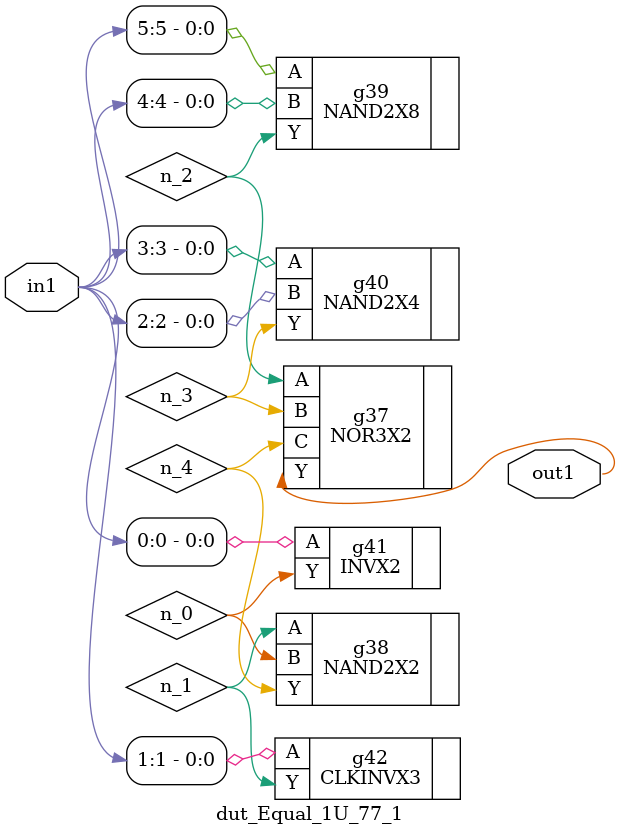
<source format=v>
`timescale 1ps / 1ps


module dut_Equal_1U_77_1(in1, out1);
  input [5:0] in1;
  output out1;
  wire [5:0] in1;
  wire out1;
  wire n_0, n_1, n_2, n_3, n_4;
  NOR3X2 g37(.A (n_2), .B (n_3), .C (n_4), .Y (out1));
  NAND2X2 g38(.A (n_1), .B (n_0), .Y (n_4));
  NAND2X4 g40(.A (in1[3]), .B (in1[2]), .Y (n_3));
  NAND2X8 g39(.A (in1[5]), .B (in1[4]), .Y (n_2));
  CLKINVX3 g42(.A (in1[1]), .Y (n_1));
  INVX2 g41(.A (in1[0]), .Y (n_0));
endmodule



</source>
